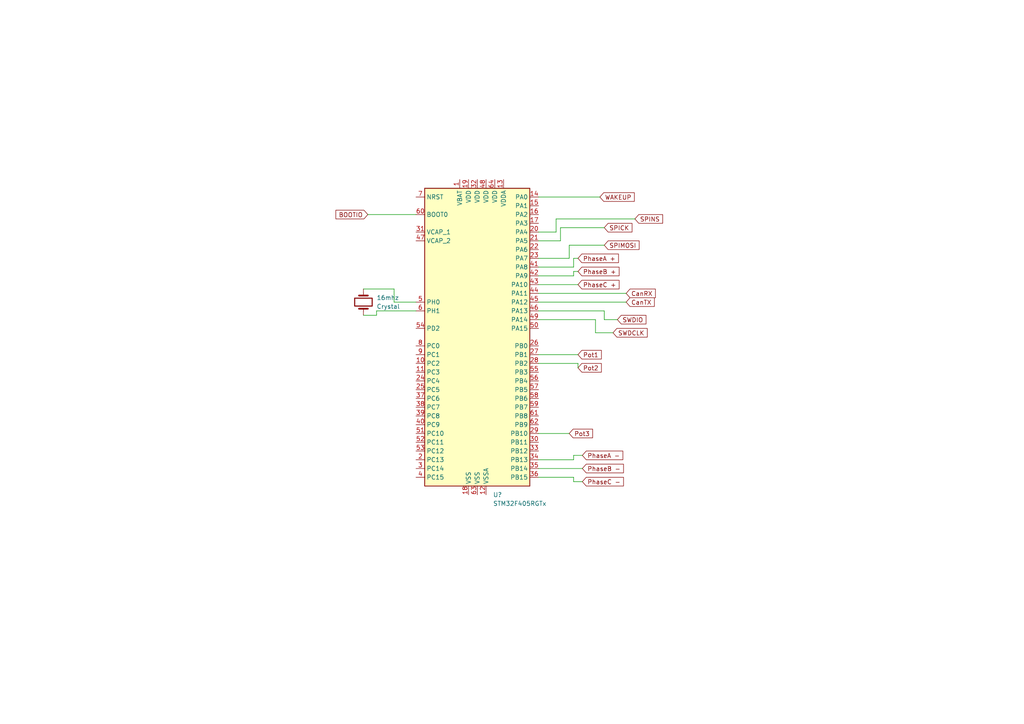
<source format=kicad_sch>
(kicad_sch (version 20230121) (generator eeschema)
  (paper "A4")
  (lib_symbols
    (symbol "Device:Crystal" (pin_numbers hide) (pin_names (offset 1.016) hide)
      (property "Reference" "Y" (at 0 3.81 0))
      (property "Value" "Crystal" (at 0 -3.81 0))
      (symbol "Crystal_0_1"
        (rectangle (start -1.143 2.54) (end 1.143 -2.54) (stroke (width 0.3048)))
        (polyline (pts (xy -2.54 0) (xy -1.905 0)))
        (polyline (pts (xy -1.905 -1.27) (xy -1.905 1.27)) (stroke (width 0.508)))
        (polyline (pts (xy 1.905 -1.27) (xy 1.905 1.27)) (stroke (width 0.508)))
        (polyline (pts (xy 2.54 0) (xy 1.905 0)))
      )
      (symbol "Crystal_1_1"
        (pin passive line (at -3.81 0 0) (length 1.27) (name "1") (number "1"))
        (pin passive line (at 3.81 0 180) (length 1.27) (name "2") (number "2"))
      )
    )
    (symbol "MCU_ST_STM32F4:STM32F405RGTx"
      (property "Reference" "U" (at -15.24 44.45 0))
      (property "Value" "STM32F405RGTx" (at 10.16 44.45 0))
      (symbol "STM32F405RGTx_0_1"
        (rectangle (start -15.24 -43.18) (end 15.24 43.18) (stroke (width 0.254)) (fill (type background)))
      )
      (symbol "STM32F405RGTx_1_1"
        (pin power_in line (at -5.08 45.72 270) (length 2.54) (name "VBAT") (number "1"))
        (pin bidirectional line (at -17.78 -7.62 0) (length 2.54) (name "PC2") (number "10"))
        (pin bidirectional line (at -17.78 -10.16 0) (length 2.54) (name "PC3") (number "11"))
        (pin power_in line (at 2.54 -45.72 90) (length 2.54) (name "VSSA") (number "12"))
        (pin power_in line (at 7.62 45.72 270) (length 2.54) (name "VDDA") (number "13"))
        (pin bidirectional line (at 17.78 40.64 180) (length 2.54) (name "PA0") (number "14"))
        (pin bidirectional line (at 17.78 38.1 180) (length 2.54) (name "PA1") (number "15"))
        (pin bidirectional line (at 17.78 35.56 180) (length 2.54) (name "PA2") (number "16"))
        (pin bidirectional line (at 17.78 33.02 180) (length 2.54) (name "PA3") (number "17"))
        (pin power_in line (at -2.54 -45.72 90) (length 2.54) (name "VSS") (number "18"))
        (pin power_in line (at -2.54 45.72 270) (length 2.54) (name "VDD") (number "19"))
        (pin bidirectional line (at -17.78 -35.56 0) (length 2.54) (name "PC13") (number "2"))
        (pin bidirectional line (at 17.78 30.48 180) (length 2.54) (name "PA4") (number "20"))
        (pin bidirectional line (at 17.78 27.94 180) (length 2.54) (name "PA5") (number "21"))
        (pin bidirectional line (at 17.78 25.4 180) (length 2.54) (name "PA6") (number "22"))
        (pin bidirectional line (at 17.78 22.86 180) (length 2.54) (name "PA7") (number "23"))
        (pin bidirectional line (at -17.78 -12.7 0) (length 2.54) (name "PC4") (number "24"))
        (pin bidirectional line (at -17.78 -15.24 0) (length 2.54) (name "PC5") (number "25"))
        (pin bidirectional line (at 17.78 -2.54 180) (length 2.54) (name "PB0") (number "26"))
        (pin bidirectional line (at 17.78 -5.08 180) (length 2.54) (name "PB1") (number "27"))
        (pin bidirectional line (at 17.78 -7.62 180) (length 2.54) (name "PB2") (number "28"))
        (pin bidirectional line (at 17.78 -27.94 180) (length 2.54) (name "PB10") (number "29"))
        (pin bidirectional line (at -17.78 -38.1 0) (length 2.54) (name "PC14") (number "3"))
        (pin bidirectional line (at 17.78 -30.48 180) (length 2.54) (name "PB11") (number "30"))
        (pin power_in line (at -17.78 30.48 0) (length 2.54) (name "VCAP_1") (number "31"))
        (pin power_in line (at 0 45.72 270) (length 2.54) (name "VDD") (number "32"))
        (pin bidirectional line (at 17.78 -33.02 180) (length 2.54) (name "PB12") (number "33"))
        (pin bidirectional line (at 17.78 -35.56 180) (length 2.54) (name "PB13") (number "34"))
        (pin bidirectional line (at 17.78 -38.1 180) (length 2.54) (name "PB14") (number "35"))
        (pin bidirectional line (at 17.78 -40.64 180) (length 2.54) (name "PB15") (number "36"))
        (pin bidirectional line (at -17.78 -17.78 0) (length 2.54) (name "PC6") (number "37"))
        (pin bidirectional line (at -17.78 -20.32 0) (length 2.54) (name "PC7") (number "38"))
        (pin bidirectional line (at -17.78 -22.86 0) (length 2.54) (name "PC8") (number "39"))
        (pin bidirectional line (at -17.78 -40.64 0) (length 2.54) (name "PC15") (number "4"))
        (pin bidirectional line (at -17.78 -25.4 0) (length 2.54) (name "PC9") (number "40"))
        (pin bidirectional line (at 17.78 20.32 180) (length 2.54) (name "PA8") (number "41"))
        (pin bidirectional line (at 17.78 17.78 180) (length 2.54) (name "PA9") (number "42"))
        (pin bidirectional line (at 17.78 15.24 180) (length 2.54) (name "PA10") (number "43"))
        (pin bidirectional line (at 17.78 12.7 180) (length 2.54) (name "PA11") (number "44"))
        (pin bidirectional line (at 17.78 10.16 180) (length 2.54) (name "PA12") (number "45"))
        (pin bidirectional line (at 17.78 7.62 180) (length 2.54) (name "PA13") (number "46"))
        (pin power_in line (at -17.78 27.94 0) (length 2.54) (name "VCAP_2") (number "47"))
        (pin power_in line (at 2.54 45.72 270) (length 2.54) (name "VDD") (number "48"))
        (pin bidirectional line (at 17.78 5.08 180) (length 2.54) (name "PA14") (number "49"))
        (pin input line (at -17.78 10.16 0) (length 2.54) (name "PH0") (number "5"))
        (pin bidirectional line (at 17.78 2.54 180) (length 2.54) (name "PA15") (number "50"))
        (pin bidirectional line (at -17.78 -27.94 0) (length 2.54) (name "PC10") (number "51"))
        (pin bidirectional line (at -17.78 -30.48 0) (length 2.54) (name "PC11") (number "52"))
        (pin bidirectional line (at -17.78 -33.02 0) (length 2.54) (name "PC12") (number "53"))
        (pin bidirectional line (at -17.78 2.54 0) (length 2.54) (name "PD2") (number "54"))
        (pin bidirectional line (at 17.78 -10.16 180) (length 2.54) (name "PB3") (number "55"))
        (pin bidirectional line (at 17.78 -12.7 180) (length 2.54) (name "PB4") (number "56"))
        (pin bidirectional line (at 17.78 -15.24 180) (length 2.54) (name "PB5") (number "57"))
        (pin bidirectional line (at 17.78 -17.78 180) (length 2.54) (name "PB6") (number "58"))
        (pin bidirectional line (at 17.78 -20.32 180) (length 2.54) (name "PB7") (number "59"))
        (pin input line (at -17.78 7.62 0) (length 2.54) (name "PH1") (number "6"))
        (pin input line (at -17.78 35.56 0) (length 2.54) (name "BOOT0") (number "60"))
        (pin bidirectional line (at 17.78 -22.86 180) (length 2.54) (name "PB8") (number "61"))
        (pin bidirectional line (at 17.78 -25.4 180) (length 2.54) (name "PB9") (number "62"))
        (pin power_in line (at 0 -45.72 90) (length 2.54) (name "VSS") (number "63"))
        (pin power_in line (at 5.08 45.72 270) (length 2.54) (name "VDD") (number "64"))
        (pin input line (at -17.78 40.64 0) (length 2.54) (name "NRST") (number "7"))
        (pin bidirectional line (at -17.78 -2.54 0) (length 2.54) (name "PC0") (number "8"))
        (pin bidirectional line (at -17.78 -5.08 0) (length 2.54) (name "PC1") (number "9"))
      )
    )
  )
  (wire (pts (xy 167.64 78.74) (xy 166.37 78.74)))
  (wire (pts (xy 120.65 90.17) (xy 109.22 90.17)))
  (wire (pts (xy 165.1 71.12) (xy 165.1 74.93)))
  (wire (pts (xy 161.29 67.31) (xy 156.21 67.31)))
  (wire (pts (xy 166.37 74.93) (xy 166.37 77.47)))
  (wire (pts (xy 175.26 90.17) (xy 175.26 92.71)))
  (wire (pts (xy 166.37 138.43) (xy 166.37 139.7)))
  (wire (pts (xy 156.21 82.55) (xy 167.64 82.55)))
  (wire (pts (xy 114.3 83.82) (xy 114.3 87.63)))
  (wire (pts (xy 162.56 66.04) (xy 175.26 66.04)))
  (wire (pts (xy 166.37 77.47) (xy 156.21 77.47)))
  (wire (pts (xy 156.21 69.85) (xy 162.56 69.85)))
  (wire (pts (xy 156.21 57.15) (xy 173.99 57.15)))
  (wire (pts (xy 166.37 78.74) (xy 166.37 80.01)))
  (wire (pts (xy 105.41 83.82) (xy 114.3 83.82)))
  (wire (pts (xy 177.8 96.52) (xy 172.72 96.52)))
  (wire (pts (xy 156.21 135.89) (xy 168.91 135.89)))
  (wire (pts (xy 156.21 138.43) (xy 166.37 138.43)))
  (wire (pts (xy 156.21 105.41) (xy 167.64 105.41)))
  (wire (pts (xy 184.15 63.5) (xy 161.29 63.5)))
  (wire (pts (xy 172.72 96.52) (xy 172.72 92.71)))
  (wire (pts (xy 156.21 125.73) (xy 165.1 125.73)))
  (wire (pts (xy 161.29 63.5) (xy 161.29 67.31)))
  (wire (pts (xy 175.26 92.71) (xy 179.07 92.71)))
  (wire (pts (xy 109.22 91.44) (xy 105.41 91.44)))
  (wire (pts (xy 106.68 62.23) (xy 120.65 62.23)))
  (wire (pts (xy 156.21 90.17) (xy 175.26 90.17)))
  (wire (pts (xy 167.64 74.93) (xy 166.37 74.93)))
  (wire (pts (xy 156.21 87.63) (xy 181.61 87.63)))
  (wire (pts (xy 166.37 80.01) (xy 156.21 80.01)))
  (wire (pts (xy 156.21 133.35) (xy 166.37 133.35)))
  (wire (pts (xy 167.64 105.41) (xy 167.64 106.68)))
  (wire (pts (xy 165.1 74.93) (xy 156.21 74.93)))
  (wire (pts (xy 156.21 102.87) (xy 167.64 102.87)))
  (wire (pts (xy 156.21 85.09) (xy 181.61 85.09)))
  (wire (pts (xy 156.21 92.71) (xy 172.72 92.71)))
  (wire (pts (xy 114.3 87.63) (xy 120.65 87.63)))
  (wire (pts (xy 162.56 69.85) (xy 162.56 66.04)))
  (wire (pts (xy 109.22 90.17) (xy 109.22 91.44)))
  (wire (pts (xy 175.26 71.12) (xy 165.1 71.12)))
  (wire (pts (xy 166.37 139.7) (xy 168.91 139.7)))
  (wire (pts (xy 166.37 133.35) (xy 166.37 132.08)))
  (wire (pts (xy 166.37 132.08) (xy 168.91 132.08)))
  (global_label "SPIMOSI" (shape input) (at 175.26 71.12 0) (property "Intersheetrefs" "${INTERSHEET_REFS}" (effects hide)))
  (global_label "Pot3" (shape input) (at 165.1 125.73 0) (property "Intersheetrefs" "${INTERSHEET_REFS}" (effects hide)))
  (global_label "BOOTIO" (shape input) (at 106.68 62.23 180) (property "Intersheetrefs" "${INTERSHEET_REFS}" (effects hide)))
  (global_label "Pot2" (shape input) (at 167.64 106.68 0) (property "Intersheetrefs" "${INTERSHEET_REFS}" (effects hide)))
  (global_label "WAKEUP" (shape input) (at 173.99 57.15 0) (property "Intersheetrefs" "${INTERSHEET_REFS}" (effects hide)))
  (global_label "SWDCLK" (shape input) (at 177.8 96.52 0) (property "Intersheetrefs" "${INTERSHEET_REFS}" (effects hide)))
  (global_label "PhaseA +" (shape input) (at 167.64 74.93 0) (property "Intersheetrefs" "${INTERSHEET_REFS}" (effects hide)))
  (global_label "CanRX" (shape input) (at 181.61 85.09 0) (property "Intersheetrefs" "${INTERSHEET_REFS}" (effects hide)))
  (global_label "PhaseB +" (shape input) (at 167.64 78.74 0) (property "Intersheetrefs" "${INTERSHEET_REFS}" (effects hide)))
  (global_label "SWDIO" (shape input) (at 179.07 92.71 0) (property "Intersheetrefs" "${INTERSHEET_REFS}" (effects hide)))
  (global_label "PhaseA -" (shape input) (at 168.91 132.08 0) (property "Intersheetrefs" "${INTERSHEET_REFS}" (effects hide)))
  (global_label "SPINS" (shape input) (at 184.15 63.5 0) (property "Intersheetrefs" "${INTERSHEET_REFS}" (effects hide)))
  (global_label "Pot1" (shape input) (at 167.64 102.87 0) (property "Intersheetrefs" "${INTERSHEET_REFS}" (effects hide)))
  (global_label "CanTX" (shape input) (at 181.61 87.63 0) (property "Intersheetrefs" "${INTERSHEET_REFS}" (effects hide)))
  (global_label "PhaseC -" (shape input) (at 168.91 139.7 0) (property "Intersheetrefs" "${INTERSHEET_REFS}" (effects hide)))
  (global_label "PhaseB -" (shape input) (at 168.91 135.89 0) (property "Intersheetrefs" "${INTERSHEET_REFS}" (effects hide)))
  (global_label "PhaseC +" (shape input) (at 167.64 82.55 0) (property "Intersheetrefs" "${INTERSHEET_REFS}" (effects hide)))
  (global_label "SPICK" (shape input) (at 175.26 66.04 0) (property "Intersheetrefs" "${INTERSHEET_REFS}" (effects hide)))
  (symbol (lib_id "Device:Crystal") (at 105.41 87.63 270) (unit 1)
    (property "Reference" "16mhz" (at 109.22 86.3599 90) (effects (justify left)))
    (property "Value" "Crystal" (at 109.22 88.8999 90) (effects (justify left)))
  )
  (symbol (lib_id "MCU_ST_STM32F4:STM32F405RGTx") (at 138.43 97.79 0) (unit 1)
    (property "Reference" "U?" (at 142.9894 143.51 0) (effects (justify left)))
    (property "Value" "STM32F405RGTx" (at 142.9894 146.05 0) (effects (justify left)))
    (property "Footprint" "Package_QFP:LQFP-64_10x10mm_P0.5mm" (effects hide))
    (property "Datasheet" "http://www.st.com/st-web-ui/static/active/en/resource/technical/document/datasheet/DM00037051.pdf" (effects hide))
  )
)
</source>
